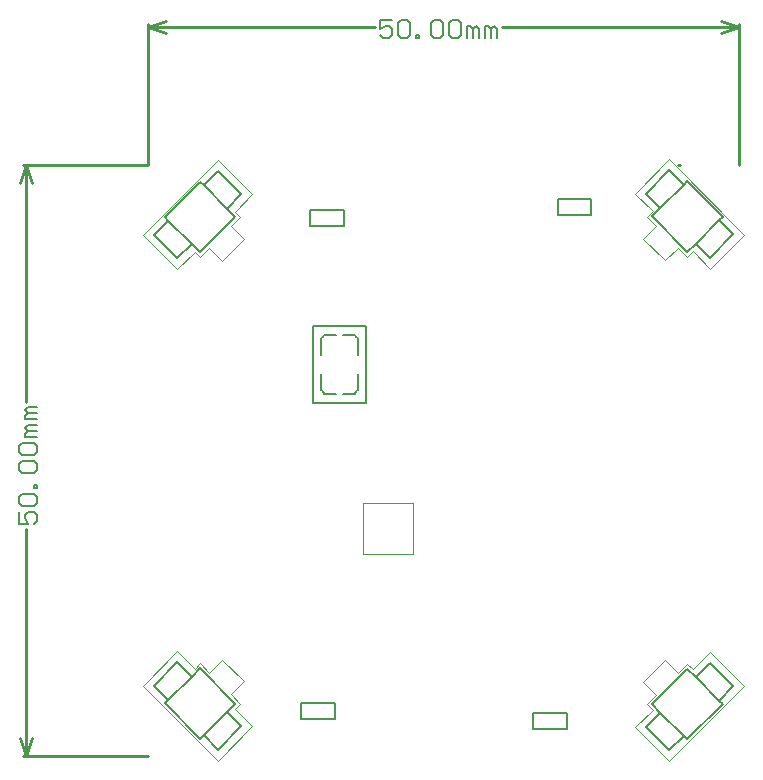
<source format=gm1>
G04*
G04 #@! TF.GenerationSoftware,Altium Limited,Altium Designer,18.1.1 (9)*
G04*
G04 Layer_Color=16711935*
%FSLAX23Y23*%
%MOIN*%
G70*
G01*
G75*
%ADD10C,0.008*%
%ADD15C,0.005*%
%ADD16C,0.006*%
%ADD17C,0.010*%
%ADD90C,0.002*%
D10*
X1903Y184D02*
X1950Y231D01*
X1872Y309D02*
X1950Y231D01*
X1825Y262D02*
X1872Y309D01*
X1737Y18D02*
X1784Y66D01*
X1659Y96D02*
X1737Y18D01*
X1659Y96D02*
X1706Y144D01*
X1679Y172D02*
X1706Y144D01*
X1784Y66D01*
X1796Y55D01*
X1914Y173D01*
X1903Y184D02*
X1914Y173D01*
X1825Y262D02*
X1903Y184D01*
X1797Y290D02*
X1825Y262D01*
X1679Y172D02*
X1797Y290D01*
X184Y68D02*
X231Y20D01*
X309Y98D01*
X262Y146D02*
X309Y98D01*
X18Y233D02*
X66Y186D01*
X18Y233D02*
X96Y311D01*
X144Y264D01*
X172Y292D01*
X66Y186D02*
X144Y264D01*
X55Y175D02*
X66Y186D01*
X55Y175D02*
X173Y57D01*
X184Y68D01*
X262Y146D01*
X290Y174D01*
X172Y292D02*
X290Y174D01*
X18Y1736D02*
X66Y1783D01*
X18Y1736D02*
X96Y1658D01*
X144Y1705D01*
X184Y1902D02*
X231Y1949D01*
X309Y1871D01*
X262Y1824D02*
X309Y1871D01*
X262Y1824D02*
X290Y1796D01*
X184Y1902D02*
X262Y1824D01*
X173Y1913D02*
X184Y1902D01*
X55Y1795D02*
X173Y1913D01*
X55Y1795D02*
X66Y1783D01*
X144Y1705D01*
X172Y1678D01*
X290Y1796D01*
X1737Y1951D02*
X1784Y1904D01*
X1659Y1873D02*
X1737Y1951D01*
X1659Y1873D02*
X1706Y1826D01*
X1903Y1785D02*
X1950Y1738D01*
X1872Y1660D02*
X1950Y1738D01*
X1825Y1707D02*
X1872Y1660D01*
X1797Y1680D02*
X1825Y1707D01*
X1903Y1785D01*
X1914Y1797D01*
X1796Y1915D02*
X1914Y1797D01*
X1784Y1904D02*
X1796Y1915D01*
X1706Y1826D02*
X1784Y1904D01*
X1679Y1798D02*
X1706Y1826D01*
X1679Y1798D02*
X1797Y1680D01*
D15*
X688Y1404D02*
X692Y1395D01*
X700Y1392D01*
Y1219D02*
X692Y1215D01*
X688Y1207D01*
X574Y1392D02*
X582Y1395D01*
X586Y1404D01*
Y1207D02*
X582Y1215D01*
X574Y1219D01*
X649Y1404D02*
X688D01*
X700Y1337D02*
Y1392D01*
Y1219D02*
Y1274D01*
X649Y1207D02*
X688D01*
X586Y1404D02*
X625D01*
X574Y1337D02*
Y1392D01*
Y1219D02*
Y1274D01*
X586Y1207D02*
X625D01*
X548Y1177D02*
Y1433D01*
Y1177D02*
X726D01*
Y1433D01*
X548D02*
X726D01*
D16*
X652Y1767D02*
Y1819D01*
X540Y1767D02*
X652D01*
X540D02*
Y1819D01*
X652D01*
X1477Y1803D02*
Y1855D01*
X1365Y1803D02*
X1477D01*
X1365D02*
Y1855D01*
X1477D01*
X510Y123D02*
Y175D01*
X622D01*
Y123D02*
Y175D01*
X510Y123D02*
X622D01*
X1282Y89D02*
Y141D01*
X1394D01*
Y89D02*
Y141D01*
X1282Y89D02*
X1394D01*
X813Y2454D02*
X773D01*
Y2424D01*
X793Y2434D01*
X803D01*
X813Y2424D01*
Y2404D01*
X803Y2394D01*
X783D01*
X773Y2404D01*
X833Y2444D02*
X843Y2454D01*
X863D01*
X873Y2444D01*
Y2404D01*
X863Y2394D01*
X843D01*
X833Y2404D01*
Y2444D01*
X893Y2394D02*
Y2404D01*
X903D01*
Y2394D01*
X893D01*
X943Y2444D02*
X953Y2454D01*
X973D01*
X983Y2444D01*
Y2404D01*
X973Y2394D01*
X953D01*
X943Y2404D01*
Y2444D01*
X1003D02*
X1013Y2454D01*
X1033D01*
X1043Y2444D01*
Y2404D01*
X1033Y2394D01*
X1013D01*
X1003Y2404D01*
Y2444D01*
X1063Y2394D02*
Y2434D01*
X1073D01*
X1083Y2424D01*
Y2394D01*
Y2424D01*
X1093Y2434D01*
X1103Y2424D01*
Y2394D01*
X1123D02*
Y2434D01*
X1133D01*
X1143Y2424D01*
Y2394D01*
Y2424D01*
X1153Y2434D01*
X1163Y2424D01*
Y2394D01*
X-431Y813D02*
Y773D01*
X-401D01*
X-411Y793D01*
Y803D01*
X-401Y813D01*
X-381D01*
X-371Y803D01*
Y783D01*
X-381Y773D01*
X-421Y833D02*
X-431Y843D01*
Y863D01*
X-421Y873D01*
X-381D01*
X-371Y863D01*
Y843D01*
X-381Y833D01*
X-421D01*
X-371Y893D02*
X-381D01*
Y903D01*
X-371D01*
Y893D01*
X-421Y943D02*
X-431Y953D01*
Y973D01*
X-421Y983D01*
X-381D01*
X-371Y973D01*
Y953D01*
X-381Y943D01*
X-421D01*
Y1003D02*
X-431Y1013D01*
Y1033D01*
X-421Y1043D01*
X-381D01*
X-371Y1033D01*
Y1013D01*
X-381Y1003D01*
X-421D01*
X-371Y1063D02*
X-411D01*
Y1073D01*
X-401Y1083D01*
X-371D01*
X-401D01*
X-411Y1093D01*
X-401Y1103D01*
X-371D01*
Y1123D02*
X-411D01*
Y1133D01*
X-401Y1143D01*
X-371D01*
X-401D01*
X-411Y1153D01*
X-401Y1163D01*
X-371D01*
D17*
X1765Y1969D02*
X1772D01*
X0Y2430D02*
X60Y2450D01*
X0Y2430D02*
X60Y2410D01*
X1909D02*
X1969Y2430D01*
X1909Y2450D02*
X1969Y2430D01*
X0D02*
X757D01*
X1179D02*
X1969D01*
X0Y1969D02*
Y2440D01*
X1969Y1969D02*
Y2440D01*
X-407Y1969D02*
X-387Y1909D01*
X-427D02*
X-407Y1969D01*
X-427Y60D02*
X-407Y0D01*
X-387Y60D01*
X-407Y1179D02*
Y1969D01*
Y0D02*
Y757D01*
X-417Y1969D02*
X0D01*
X-417Y0D02*
X0D01*
D90*
X1650Y246D02*
X1693Y203D01*
X1663Y172D02*
X1693Y203D01*
X1663Y172D02*
X1681Y154D01*
X1622Y96D02*
X1681Y154D01*
X1622Y96D02*
X1736Y-18D01*
X1987Y232D01*
X1873Y346D02*
X1987Y232D01*
X1814Y288D02*
X1873Y346D01*
X1796Y306D02*
X1814Y288D01*
X1766Y275D02*
X1796Y306D01*
X1722Y318D02*
X1766Y275D01*
X1650Y246D02*
X1722Y318D01*
X203Y277D02*
X246Y320D01*
X172Y308D02*
X203Y277D01*
X154Y290D02*
X172Y308D01*
X96Y348D02*
X154Y290D01*
X-18Y234D02*
X96Y348D01*
X-18Y234D02*
X232Y-16D01*
X346Y98D01*
X288Y156D02*
X346Y98D01*
X288Y156D02*
X306Y174D01*
X275Y205D02*
X306Y174D01*
X275Y205D02*
X318Y248D01*
X246Y320D02*
X318Y248D01*
X275Y1765D02*
X318Y1722D01*
X275Y1765D02*
X306Y1795D01*
X288Y1813D02*
X306Y1795D01*
X288Y1813D02*
X346Y1872D01*
X232Y1986D02*
X346Y1872D01*
X-18Y1735D02*
X232Y1986D01*
X-18Y1735D02*
X96Y1621D01*
X154Y1680D01*
X172Y1662D01*
X203Y1692D01*
X246Y1649D01*
X318Y1722D01*
X1722Y1651D02*
X1766Y1694D01*
X1796Y1664D01*
X1814Y1682D01*
X1873Y1623D01*
X1987Y1737D01*
X1736Y1988D02*
X1987Y1737D01*
X1622Y1874D02*
X1736Y1988D01*
X1622Y1874D02*
X1681Y1815D01*
X1663Y1797D02*
X1681Y1815D01*
X1663Y1797D02*
X1693Y1767D01*
X1650Y1723D02*
X1693Y1767D01*
X1650Y1723D02*
X1722Y1651D01*
X714Y672D02*
Y841D01*
X883D01*
Y672D02*
Y841D01*
X714Y672D02*
X883D01*
M02*

</source>
